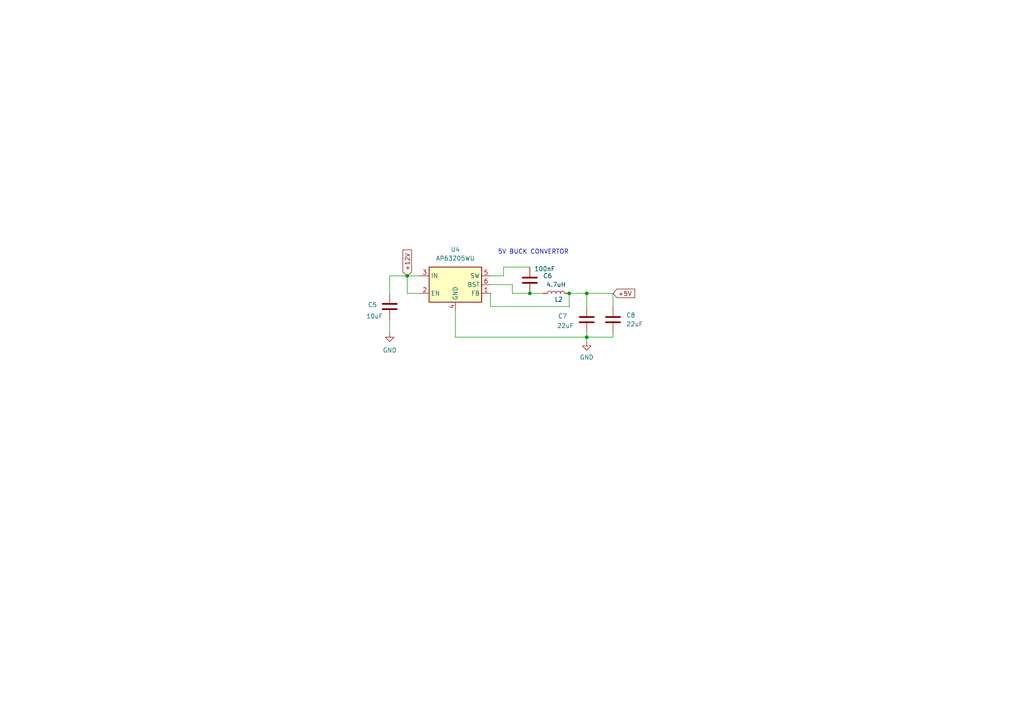
<source format=kicad_sch>
(kicad_sch (version 20231120) (generator "eeschema") (generator_version "8.0")
  (paper "A4")
  (lib_symbols
    (symbol "Device:C" (pin_numbers hide) (pin_names (offset 0.254))
      (property "Reference" "C" (at 0.635 2.54 0))
      (property "Value" "C" (at 0.635 -2.54 0))
      (symbol "C_0_1"
        (polyline (pts (xy -2.032 -0.762) (xy 2.032 -0.762)) (stroke (width 0.508)))
        (polyline (pts (xy -2.032 0.762) (xy 2.032 0.762)) (stroke (width 0.508)))
      )
      (symbol "C_1_1"
        (pin passive line (at 0 3.81 270) (length 2.794) (name "~") (number "1"))
        (pin passive line (at 0 -3.81 90) (length 2.794) (name "~") (number "2"))
      )
    )
    (symbol "Device:L" (pin_numbers hide) (pin_names (offset 1.016) hide)
      (property "Reference" "L" (at -1.27 0 90))
      (property "Value" "L" (at 1.905 0 90))
      (symbol "L_0_1"
        (arc (start 0 -2.54) (mid 0.6323 -1.905) (end 0 -1.27))
        (arc (start 0 -1.27) (mid 0.6323 -0.635) (end 0 0))
        (arc (start 0 0) (mid 0.6323 0.635) (end 0 1.27))
        (arc (start 0 1.27) (mid 0.6323 1.905) (end 0 2.54))
      )
      (symbol "L_1_1"
        (pin passive line (at 0 3.81 270) (length 1.27) (name "1") (number "1"))
        (pin passive line (at 0 -3.81 90) (length 1.27) (name "2") (number "2"))
      )
    )
    (symbol "Regulator_Switching:AP63205WU"
      (property "Reference" "U" (at -7.62 6.35 0))
      (property "Value" "AP63205WU" (at 2.54 6.35 0))
      (symbol "AP63205WU_0_1"
        (rectangle (start -7.62 5.08) (end 7.62 -5.08) (stroke (width 0.254)) (fill (type background)))
      )
      (symbol "AP63205WU_1_1"
        (pin input line (at 10.16 -2.54 180) (length 2.54) (name "FB") (number "1"))
        (pin input line (at -10.16 -2.54 0) (length 2.54) (name "EN") (number "2"))
        (pin power_in line (at -10.16 2.54 0) (length 2.54) (name "IN") (number "3"))
        (pin power_in line (at 0 -7.62 90) (length 2.54) (name "GND") (number "4"))
        (pin output line (at 10.16 2.54 180) (length 2.54) (name "SW") (number "5"))
        (pin passive line (at 10.16 0 180) (length 2.54) (name "BST") (number "6"))
      )
    )
    (symbol "power:GND" (power) (pin_numbers hide) (pin_names (offset 0) hide)
      (property "Value" "GND" (at 0 -3.81 0))
      (symbol "GND_0_1"
        (polyline (pts (xy 0 0) (xy 0 -1.27) (xy 1.27 -1.27) (xy 0 -2.54) (xy -1.27 -1.27) (xy 0 -1.27)))
      )
      (symbol "GND_1_1"
        (pin power_in line (at 0 0 270) (length 0) (name "~") (number "1"))
      )
    )
  )
  (junction (at 170.18 85.09))
  (junction (at 118.11 80.01))
  (junction (at 165.1 85.09))
  (junction (at 153.67 85.09))
  (junction (at 170.18 97.79))
  (wire (pts (xy 118.11 80.01) (xy 121.92 80.01)))
  (wire (pts (xy 113.03 80.01) (xy 118.11 80.01)))
  (wire (pts (xy 170.18 99.06) (xy 170.18 97.79)))
  (wire (pts (xy 177.8 96.52) (xy 177.8 97.79)))
  (wire (pts (xy 170.18 85.09) (xy 177.8 85.09)))
  (wire (pts (xy 165.1 85.09) (xy 165.1 88.9)))
  (wire (pts (xy 148.59 82.55) (xy 148.59 85.09)))
  (wire (pts (xy 177.8 88.9) (xy 177.8 85.09)))
  (wire (pts (xy 177.8 97.79) (xy 170.18 97.79)))
  (wire (pts (xy 165.1 88.9) (xy 142.24 88.9)))
  (wire (pts (xy 113.03 85.09) (xy 113.03 80.01)))
  (wire (pts (xy 142.24 82.55) (xy 148.59 82.55)))
  (wire (pts (xy 121.92 85.09) (xy 118.11 85.09)))
  (wire (pts (xy 170.18 85.09) (xy 170.18 88.9)))
  (wire (pts (xy 153.67 85.09) (xy 157.48 85.09)))
  (wire (pts (xy 118.11 85.09) (xy 118.11 80.01)))
  (wire (pts (xy 146.05 77.47) (xy 153.67 77.47)))
  (wire (pts (xy 170.18 97.79) (xy 170.18 96.52)))
  (wire (pts (xy 113.03 92.71) (xy 113.03 96.52)))
  (wire (pts (xy 148.59 85.09) (xy 153.67 85.09)))
  (wire (pts (xy 142.24 80.01) (xy 146.05 80.01)))
  (wire (pts (xy 146.05 80.01) (xy 146.05 77.47)))
  (wire (pts (xy 132.08 97.79) (xy 132.08 90.17)))
  (wire (pts (xy 165.1 85.09) (xy 170.18 85.09)))
  (wire (pts (xy 142.24 88.9) (xy 142.24 85.09)))
  (wire (pts (xy 170.18 97.79) (xy 132.08 97.79)))
  (text "5V BUCK CONVERTOR\n" (at 154.686 73.152 0) (effects (font (size 1.27 1.27))))
  (global_label "+12V" (shape input) (at 118.11 80.01 90) (property "Intersheetrefs" "${INTERSHEET_REFS}" (effects (hide yes))))
  (global_label "+5V" (shape input) (at 177.8 85.09 0) (property "Intersheetrefs" "${INTERSHEET_REFS}" (effects (hide yes))))
  (symbol (lib_id "power:GND") (at 113.03 96.52 0) (unit 1)
    (property "Reference" "#PWR08" (effects (hide yes)))
    (property "Value" "GND" (at 113.03 101.6 0))
    (property "Description" "Power symbol creates a global label with name \"GND\" , ground" (effects (hide yes)))
  )
  (symbol (lib_id "Regulator_Switching:AP63205WU") (at 132.08 82.55 0) (unit 1)
    (property "Reference" "U4" (at 132.08 72.39 0))
    (property "Value" "AP63205WU" (at 132.08 74.93 0))
    (property "Footprint" "Package_TO_SOT_SMD:TSOT-23-6" (effects (hide yes)))
    (property "Datasheet" "https://www.diodes.com/assets/Datasheets/AP63200-AP63201-AP63203-AP63205.pdf" (effects (hide yes)))
    (property "Description" "2A, 1.1MHz Buck DC/DC Converter, fixed 5.0V output voltage, TSOT-23-6" (effects (hide yes)))
  )
  (symbol (lib_id "Device:C") (at 153.67 81.28 180) (unit 1)
    (property "Reference" "C6" (at 157.48 80.0099 0) (effects (justify right)))
    (property "Value" "100nF" (at 154.94 77.978 0) (effects (justify right)))
    (property "Description" "Unpolarized capacitor" (effects (hide yes)))
  )
  (symbol (lib_id "power:GND") (at 170.18 99.06 0) (unit 1)
    (property "Reference" "#PWR09" (effects (hide yes)))
    (property "Value" "GND" (at 170.18 103.632 0))
    (property "Description" "Power symbol creates a global label with name \"GND\" , ground" (effects (hide yes)))
  )
  (symbol (lib_id "Device:C") (at 170.18 92.71 0) (unit 1)
    (property "Reference" "C7" (at 161.798 91.694 0) (effects (justify left)))
    (property "Value" "22uF" (at 161.544 94.488 0) (effects (justify left)))
    (property "Description" "Unpolarized capacitor" (effects (hide yes)))
  )
  (symbol (lib_id "Device:C") (at 177.8 92.71 0) (unit 1)
    (property "Reference" "C8" (at 181.61 91.4399 0) (effects (justify left)))
    (property "Value" "22uF" (at 181.61 93.9799 0) (effects (justify left)))
    (property "Description" "Unpolarized capacitor" (effects (hide yes)))
  )
  (symbol (lib_id "Device:C") (at 113.03 88.9 0) (unit 1)
    (property "Reference" "C5" (at 106.68 88.392 0) (effects (justify left)))
    (property "Value" "10uF" (at 106.172 91.694 0) (effects (justify left)))
    (property "Description" "Unpolarized capacitor" (effects (hide yes)))
  )
  (symbol (lib_id "Device:L") (at 161.29 85.09 90) (unit 1)
    (property "Reference" "L2" (at 162.052 86.868 90))
    (property "Value" "4.7uH" (at 161.29 82.55 90))
    (property "Description" "Inductor" (effects (hide yes)))
  )
)
</source>
